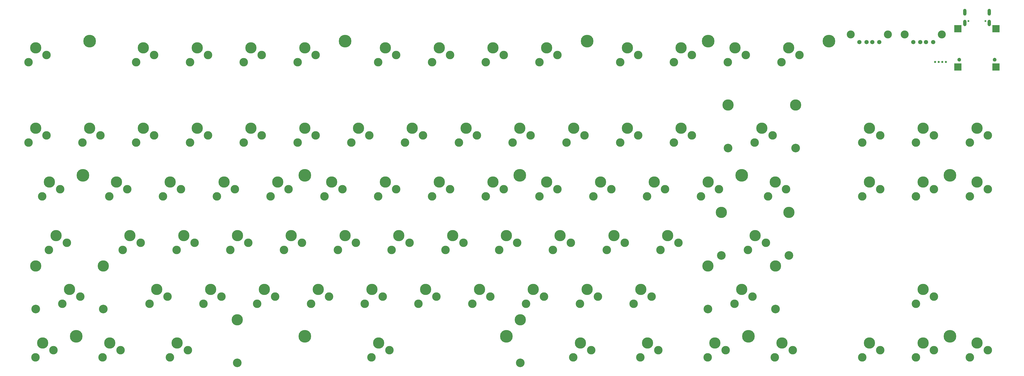
<source format=gts>
G04 #@! TF.GenerationSoftware,KiCad,Pcbnew,5.1.10-88a1d61d58~90~ubuntu21.04.1*
G04 #@! TF.CreationDate,2021-09-24T17:47:48+02:00*
G04 #@! TF.ProjectId,Keyboard_80_with_USB_HUB_V3,4b657962-6f61-4726-945f-3830255f7769,rev?*
G04 #@! TF.SameCoordinates,Original*
G04 #@! TF.FileFunction,Soldermask,Top*
G04 #@! TF.FilePolarity,Negative*
%FSLAX46Y46*%
G04 Gerber Fmt 4.6, Leading zero omitted, Abs format (unit mm)*
G04 Created by KiCad (PCBNEW 5.1.10-88a1d61d58~90~ubuntu21.04.1) date 2021-09-24 17:47:48*
%MOMM*%
%LPD*%
G01*
G04 APERTURE LIST*
%ADD10C,3.987800*%
%ADD11C,3.048000*%
%ADD12C,0.100000*%
%ADD13R,2.500000X2.500000*%
%ADD14C,3.000000*%
%ADD15C,4.500000*%
%ADD16C,2.819400*%
%ADD17C,1.498600*%
%ADD18O,1.200000X2.400000*%
%ADD19O,1.158000X2.316000*%
%ADD20C,0.630000*%
%ADD21C,0.750000*%
G04 APERTURE END LIST*
D10*
X171125000Y-96245000D03*
D11*
X171125000Y-111485000D03*
X71125000Y-111485000D03*
D10*
X71125000Y-96245000D03*
D12*
G36*
X338845375Y-3557035D02*
G01*
X338907937Y-3569480D01*
X338968978Y-3587996D01*
X339027911Y-3612407D01*
X339084167Y-3642476D01*
X339137205Y-3677915D01*
X339186513Y-3718382D01*
X339231618Y-3763487D01*
X339272085Y-3812795D01*
X339307524Y-3865833D01*
X339337593Y-3922089D01*
X339362004Y-3981022D01*
X339380520Y-4042063D01*
X339392965Y-4104625D01*
X339399217Y-4168106D01*
X339399217Y-4231894D01*
X339392965Y-4295375D01*
X339380520Y-4357937D01*
X339362004Y-4418978D01*
X339337593Y-4477911D01*
X339307524Y-4534167D01*
X339272085Y-4587205D01*
X339231618Y-4636513D01*
X339186513Y-4681618D01*
X339137205Y-4722085D01*
X339084167Y-4757524D01*
X339027911Y-4787593D01*
X338968978Y-4812004D01*
X338907937Y-4830520D01*
X338845375Y-4842965D01*
X338781894Y-4849217D01*
X338718106Y-4849217D01*
X338654625Y-4842965D01*
X338592063Y-4830520D01*
X338531022Y-4812004D01*
X338472089Y-4787593D01*
X338415833Y-4757524D01*
X338362795Y-4722085D01*
X338313487Y-4681618D01*
X338268382Y-4636513D01*
X338227915Y-4587205D01*
X338192476Y-4534167D01*
X338162407Y-4477911D01*
X338137996Y-4418978D01*
X338119480Y-4357937D01*
X338107035Y-4295375D01*
X338100783Y-4231894D01*
X338100783Y-4168106D01*
X338107035Y-4104625D01*
X338119480Y-4042063D01*
X338137996Y-3981022D01*
X338162407Y-3922089D01*
X338192476Y-3865833D01*
X338227915Y-3812795D01*
X338268382Y-3763487D01*
X338313487Y-3718382D01*
X338362795Y-3677915D01*
X338415833Y-3642476D01*
X338472089Y-3612407D01*
X338531022Y-3587996D01*
X338592063Y-3569480D01*
X338654625Y-3557035D01*
X338718106Y-3550783D01*
X338781894Y-3550783D01*
X338845375Y-3557035D01*
G37*
G36*
X326345375Y-3557035D02*
G01*
X326407937Y-3569480D01*
X326468978Y-3587996D01*
X326527911Y-3612407D01*
X326584167Y-3642476D01*
X326637205Y-3677915D01*
X326686513Y-3718382D01*
X326731618Y-3763487D01*
X326772085Y-3812795D01*
X326807524Y-3865833D01*
X326837593Y-3922089D01*
X326862004Y-3981022D01*
X326880520Y-4042063D01*
X326892965Y-4104625D01*
X326899217Y-4168106D01*
X326899217Y-4231894D01*
X326892965Y-4295375D01*
X326880520Y-4357937D01*
X326862004Y-4418978D01*
X326837593Y-4477911D01*
X326807524Y-4534167D01*
X326772085Y-4587205D01*
X326731618Y-4636513D01*
X326686513Y-4681618D01*
X326637205Y-4722085D01*
X326584167Y-4757524D01*
X326527911Y-4787593D01*
X326468978Y-4812004D01*
X326407937Y-4830520D01*
X326345375Y-4842965D01*
X326281894Y-4849217D01*
X326218106Y-4849217D01*
X326154625Y-4842965D01*
X326092063Y-4830520D01*
X326031022Y-4812004D01*
X325972089Y-4787593D01*
X325915833Y-4757524D01*
X325862795Y-4722085D01*
X325813487Y-4681618D01*
X325768382Y-4636513D01*
X325727915Y-4587205D01*
X325692476Y-4534167D01*
X325662407Y-4477911D01*
X325637996Y-4418978D01*
X325619480Y-4357937D01*
X325607035Y-4295375D01*
X325600783Y-4231894D01*
X325600783Y-4168106D01*
X325607035Y-4104625D01*
X325619480Y-4042063D01*
X325637996Y-3981022D01*
X325662407Y-3922089D01*
X325692476Y-3865833D01*
X325727915Y-3812795D01*
X325768382Y-3763487D01*
X325813487Y-3718382D01*
X325862795Y-3677915D01*
X325915833Y-3642476D01*
X325972089Y-3612407D01*
X326031022Y-3587996D01*
X326092063Y-3569480D01*
X326154625Y-3557035D01*
X326218106Y-3550783D01*
X326281894Y-3550783D01*
X326345375Y-3557035D01*
G37*
D13*
X325750000Y6750000D03*
X325750000Y-6750000D03*
X339250000Y6750000D03*
X339250000Y-6750000D03*
D14*
X-2540000Y-5080000D03*
X3810000Y-2540000D03*
D10*
X0Y0D03*
D14*
X35460000Y-5080000D03*
X41810000Y-2540000D03*
D10*
X38000000Y0D03*
D14*
X54460000Y-5080000D03*
X60810000Y-2540000D03*
D10*
X57000000Y0D03*
D14*
X73460000Y-5080000D03*
X79810000Y-2540000D03*
D10*
X76000000Y0D03*
D14*
X92460000Y-5080000D03*
X98810000Y-2540000D03*
D10*
X95000000Y0D03*
D14*
X120960000Y-5080000D03*
X127310000Y-2540000D03*
D10*
X123500000Y0D03*
D14*
X139960000Y-5080000D03*
X146310000Y-2540000D03*
D10*
X142500000Y0D03*
D14*
X158960000Y-5080000D03*
X165310000Y-2540000D03*
D10*
X161500000Y0D03*
D14*
X177960000Y-5080000D03*
X184310000Y-2540000D03*
D10*
X180500000Y0D03*
D14*
X206460000Y-5080000D03*
X212810000Y-2540000D03*
D10*
X209000000Y0D03*
D14*
X225460000Y-5080000D03*
X231810000Y-2540000D03*
D10*
X228000000Y0D03*
D14*
X244460000Y-5080000D03*
X250810000Y-2540000D03*
D10*
X247000000Y0D03*
D14*
X263460000Y-5080000D03*
X269810000Y-2540000D03*
D10*
X266000000Y0D03*
D14*
X-2540000Y-33580000D03*
X3810000Y-31040000D03*
D10*
X0Y-28500000D03*
D14*
X16460000Y-33580000D03*
X22810000Y-31040000D03*
D10*
X19000000Y-28500000D03*
D14*
X35460000Y-33580000D03*
X41810000Y-31040000D03*
D10*
X38000000Y-28500000D03*
D14*
X54460000Y-33580000D03*
X60810000Y-31040000D03*
D10*
X57000000Y-28500000D03*
D14*
X73460000Y-33580000D03*
X79810000Y-31040000D03*
D10*
X76000000Y-28500000D03*
D14*
X92460000Y-33580000D03*
X98810000Y-31040000D03*
D10*
X95000000Y-28500000D03*
D14*
X111460000Y-33580000D03*
X117810000Y-31040000D03*
D10*
X114000000Y-28500000D03*
D14*
X130460000Y-33580000D03*
X136810000Y-31040000D03*
D10*
X133000000Y-28500000D03*
D14*
X149460000Y-33580000D03*
X155810000Y-31040000D03*
D10*
X152000000Y-28500000D03*
D14*
X168460000Y-33580000D03*
X174810000Y-31040000D03*
D10*
X171000000Y-28500000D03*
D14*
X187460000Y-33580000D03*
X193810000Y-31040000D03*
D10*
X190000000Y-28500000D03*
D14*
X206460000Y-33580000D03*
X212810000Y-31040000D03*
D10*
X209000000Y-28500000D03*
D14*
X225460000Y-33580000D03*
X231810000Y-31040000D03*
D10*
X228000000Y-28500000D03*
D14*
X291960000Y-33580000D03*
X298310000Y-31040000D03*
D10*
X294500000Y-28500000D03*
D14*
X310960000Y-33580000D03*
X317310000Y-31040000D03*
D10*
X313500000Y-28500000D03*
D14*
X329960000Y-33580000D03*
X336310000Y-31040000D03*
D10*
X332500000Y-28500000D03*
D14*
X25960000Y-52580000D03*
X32310000Y-50040000D03*
D10*
X28500000Y-47500000D03*
D14*
X44960000Y-52580000D03*
X51310000Y-50040000D03*
D10*
X47500000Y-47500000D03*
D14*
X63960000Y-52580000D03*
X70310000Y-50040000D03*
D10*
X66500000Y-47500000D03*
D14*
X82960000Y-52580000D03*
X89310000Y-50040000D03*
D10*
X85500000Y-47500000D03*
D14*
X101960000Y-52580000D03*
X108310000Y-50040000D03*
D10*
X104500000Y-47500000D03*
D14*
X120960000Y-52580000D03*
X127310000Y-50040000D03*
D10*
X123500000Y-47500000D03*
D14*
X139960000Y-52580000D03*
X146310000Y-50040000D03*
D10*
X142500000Y-47500000D03*
D14*
X158960000Y-52580000D03*
X165310000Y-50040000D03*
D10*
X161500000Y-47500000D03*
D14*
X177960000Y-52580000D03*
X184310000Y-50040000D03*
D10*
X180500000Y-47500000D03*
D14*
X196960000Y-52580000D03*
X203310000Y-50040000D03*
D10*
X199500000Y-47500000D03*
D14*
X215960000Y-52580000D03*
X222310000Y-50040000D03*
D10*
X218500000Y-47500000D03*
D14*
X291960000Y-52580000D03*
X298310000Y-50040000D03*
D10*
X294500000Y-47500000D03*
D14*
X310960000Y-52580000D03*
X317310000Y-50040000D03*
D10*
X313500000Y-47500000D03*
D14*
X329960000Y-52580000D03*
X336310000Y-50040000D03*
D10*
X332500000Y-47500000D03*
D14*
X30710000Y-71580000D03*
X37060000Y-69040000D03*
D10*
X33250000Y-66500000D03*
D14*
X49710000Y-71580000D03*
X56060000Y-69040000D03*
D10*
X52250000Y-66500000D03*
D14*
X68710000Y-71580000D03*
X75060000Y-69040000D03*
D10*
X71250000Y-66500000D03*
D14*
X87710000Y-71580000D03*
X94060000Y-69040000D03*
D10*
X90250000Y-66500000D03*
D14*
X106710000Y-71580000D03*
X113060000Y-69040000D03*
D10*
X109250000Y-66500000D03*
D14*
X125710000Y-71580000D03*
X132060000Y-69040000D03*
D10*
X128250000Y-66500000D03*
D14*
X144710000Y-71580000D03*
X151060000Y-69040000D03*
D10*
X147250000Y-66500000D03*
D14*
X163710000Y-71580000D03*
X170060000Y-69040000D03*
D10*
X166250000Y-66500000D03*
D14*
X182710000Y-71580000D03*
X189060000Y-69040000D03*
D10*
X185250000Y-66500000D03*
D14*
X201710000Y-71580000D03*
X208060000Y-69040000D03*
D10*
X204250000Y-66500000D03*
D14*
X220710000Y-71580000D03*
X227060000Y-69040000D03*
D10*
X223250000Y-66500000D03*
D14*
X40210000Y-90580000D03*
X46560000Y-88040000D03*
D10*
X42750000Y-85500000D03*
D14*
X59210000Y-90580000D03*
X65560000Y-88040000D03*
D10*
X61750000Y-85500000D03*
D14*
X78210000Y-90580000D03*
X84560000Y-88040000D03*
D10*
X80750000Y-85500000D03*
D14*
X97210000Y-90580000D03*
X103560000Y-88040000D03*
D10*
X99750000Y-85500000D03*
D14*
X116210000Y-90580000D03*
X122560000Y-88040000D03*
D10*
X118750000Y-85500000D03*
D14*
X135210000Y-90580000D03*
X141560000Y-88040000D03*
D10*
X137750000Y-85500000D03*
D14*
X154210000Y-90580000D03*
X160560000Y-88040000D03*
D10*
X156750000Y-85500000D03*
D14*
X173210000Y-90580000D03*
X179560000Y-88040000D03*
D10*
X175750000Y-85500000D03*
D14*
X192210000Y-90580000D03*
X198560000Y-88040000D03*
D10*
X194750000Y-85500000D03*
D14*
X211210000Y-90580000D03*
X217560000Y-88040000D03*
D10*
X213750000Y-85500000D03*
D14*
X310960000Y-90580000D03*
X317310000Y-88040000D03*
D10*
X313500000Y-85500000D03*
D14*
X291960000Y-109580000D03*
X298310000Y-107040000D03*
D10*
X294500000Y-104500000D03*
D14*
X310960000Y-109580000D03*
X317310000Y-107040000D03*
D10*
X313500000Y-104500000D03*
D14*
X329960000Y-109580000D03*
X336310000Y-107040000D03*
D10*
X332500000Y-104500000D03*
D14*
X253960000Y-33580000D03*
X260310000Y-31040000D03*
D10*
X256500000Y-28500000D03*
D14*
X234960000Y-52580000D03*
X241310000Y-50040000D03*
D10*
X237500000Y-47500000D03*
D14*
X2210000Y-52580000D03*
X8560000Y-50040000D03*
D10*
X4750000Y-47500000D03*
D14*
X4585000Y-71580000D03*
X10935000Y-69040000D03*
D10*
X7125000Y-66500000D03*
D14*
X251585000Y-71580000D03*
X257935000Y-69040000D03*
D10*
X254125000Y-66500000D03*
D14*
X9335000Y-90580000D03*
X15685000Y-88040000D03*
D10*
X11875000Y-85500000D03*
D14*
X246835000Y-90580000D03*
X253185000Y-88040000D03*
D10*
X249375000Y-85500000D03*
D14*
X-165000Y-109580000D03*
X6185000Y-107040000D03*
D10*
X2375000Y-104500000D03*
D14*
X23585000Y-109580000D03*
X29935000Y-107040000D03*
D10*
X26125000Y-104500000D03*
D14*
X47335000Y-109580000D03*
X53685000Y-107040000D03*
D10*
X49875000Y-104500000D03*
D14*
X118585000Y-109580000D03*
X124935000Y-107040000D03*
D10*
X121125000Y-104500000D03*
D14*
X189835000Y-109580000D03*
X196185000Y-107040000D03*
D10*
X192375000Y-104500000D03*
D14*
X213585000Y-109580000D03*
X219935000Y-107040000D03*
D10*
X216125000Y-104500000D03*
D14*
X237335000Y-109580000D03*
X243685000Y-107040000D03*
D10*
X239875000Y-104500000D03*
D14*
X261085000Y-109580000D03*
X267435000Y-107040000D03*
D10*
X263625000Y-104500000D03*
D14*
X258710000Y-52580000D03*
X265060000Y-50040000D03*
D10*
X261250000Y-47500000D03*
D15*
X19000000Y2375000D03*
X16625000Y-45125000D03*
X14250000Y-102125000D03*
X109250000Y2375000D03*
X95000000Y-45125000D03*
X95000000Y-102125000D03*
X194750000Y2375000D03*
X171000000Y-45125000D03*
X166250000Y-102125000D03*
X237500000Y2375000D03*
X249375000Y-45125000D03*
X251750000Y-102125000D03*
X280250000Y2375000D03*
X323000000Y-45125000D03*
X323000000Y-102125000D03*
D16*
X301070000Y4710000D03*
X287930000Y4710000D03*
D17*
X298000000Y2000000D03*
X295500000Y2000000D03*
X293500000Y2000000D03*
X291000000Y2000000D03*
D16*
X320070000Y4710000D03*
X306930000Y4710000D03*
D17*
X317000000Y2000000D03*
X314500000Y2000000D03*
X312500000Y2000000D03*
X310000000Y2000000D03*
D18*
X336820000Y12575000D03*
X328180000Y12575000D03*
D19*
X336820000Y8750000D03*
X328180000Y8750000D03*
D20*
X329500000Y9475000D03*
X335500000Y9475000D03*
D10*
X268438000Y-20245000D03*
D11*
X268438000Y-35485000D03*
X244562000Y-35485000D03*
D10*
X244562000Y-20245000D03*
X266063000Y-58245000D03*
D11*
X266063000Y-73485000D03*
X242187000Y-73485000D03*
D10*
X242187000Y-58245000D03*
X23813000Y-77245000D03*
D11*
X23813000Y-92485000D03*
X-63000Y-92485000D03*
D10*
X-63000Y-77245000D03*
X261313000Y-77245000D03*
D11*
X261313000Y-92485000D03*
X237437000Y-92485000D03*
D10*
X237437000Y-77245000D03*
D21*
X319000000Y-5000000D03*
X317750000Y-5000000D03*
X320250000Y-5000000D03*
X321500000Y-5000000D03*
M02*

</source>
